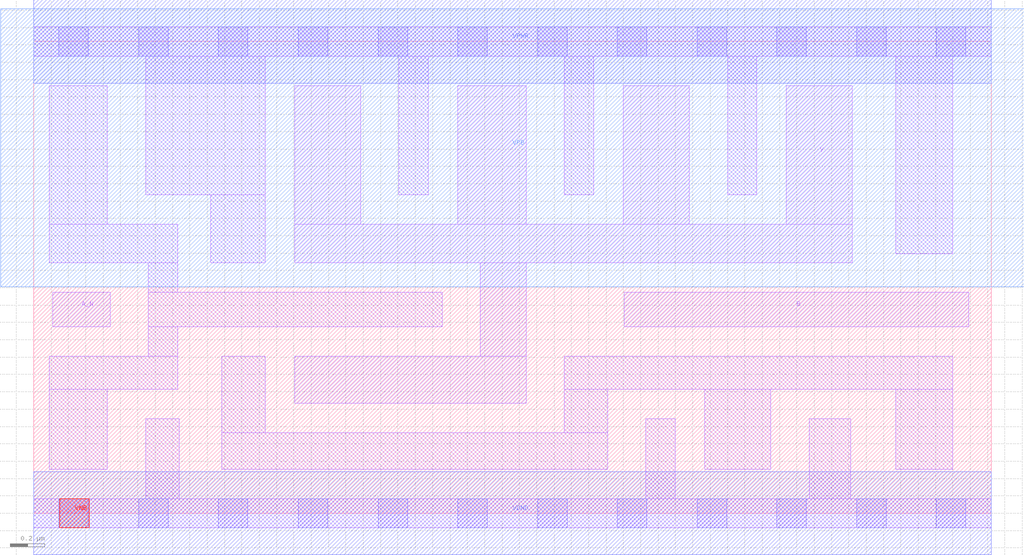
<source format=lef>
# Copyright 2020 The SkyWater PDK Authors
#
# Licensed under the Apache License, Version 2.0 (the "License");
# you may not use this file except in compliance with the License.
# You may obtain a copy of the License at
#
#     https://www.apache.org/licenses/LICENSE-2.0
#
# Unless required by applicable law or agreed to in writing, software
# distributed under the License is distributed on an "AS IS" BASIS,
# WITHOUT WARRANTIES OR CONDITIONS OF ANY KIND, either express or implied.
# See the License for the specific language governing permissions and
# limitations under the License.
#
# SPDX-License-Identifier: Apache-2.0

VERSION 5.7 ;
  NOWIREEXTENSIONATPIN ON ;
  DIVIDERCHAR "/" ;
  BUSBITCHARS "[]" ;
PROPERTYDEFINITIONS
  MACRO maskLayoutSubType STRING ;
  MACRO prCellType STRING ;
  MACRO originalViewName STRING ;
END PROPERTYDEFINITIONS
MACRO sky130_fd_sc_hdll__nand2b_4
  CLASS CORE ;
  FOREIGN sky130_fd_sc_hdll__nand2b_4 ;
  ORIGIN  0.000000  0.000000 ;
  SIZE  5.520000 BY  2.720000 ;
  SYMMETRY X Y R90 ;
  SITE unithd ;
  PIN A_N
    ANTENNAGATEAREA  0.277500 ;
    DIRECTION INPUT ;
    USE SIGNAL ;
    PORT
      LAYER li1 ;
        RECT 0.110000 1.075000 0.440000 1.275000 ;
    END
  END A_N
  PIN B
    ANTENNAGATEAREA  1.110000 ;
    DIRECTION INPUT ;
    USE SIGNAL ;
    PORT
      LAYER li1 ;
        RECT 3.405000 1.075000 5.390000 1.275000 ;
    END
  END B
  PIN VNB
    PORT
      LAYER pwell ;
        RECT 0.150000 -0.085000 0.320000 0.085000 ;
    END
  END VNB
  PIN VPB
    PORT
      LAYER nwell ;
        RECT -0.190000 1.305000 5.710000 2.910000 ;
    END
  END VPB
  PIN Y
    ANTENNADIFFAREA  1.576000 ;
    DIRECTION OUTPUT ;
    USE SIGNAL ;
    PORT
      LAYER li1 ;
        RECT 1.505000 0.635000 2.840000 0.905000 ;
        RECT 1.505000 1.445000 4.720000 1.665000 ;
        RECT 1.505000 1.665000 1.885000 2.465000 ;
        RECT 2.445000 1.665000 2.840000 2.465000 ;
        RECT 2.575000 0.905000 2.840000 1.445000 ;
        RECT 3.400000 1.665000 3.780000 2.465000 ;
        RECT 4.340000 1.665000 4.720000 2.465000 ;
    END
  END Y
  PIN VGND
    DIRECTION INOUT ;
    USE GROUND ;
    PORT
      LAYER met1 ;
        RECT 0.000000 -0.240000 5.520000 0.240000 ;
    END
  END VGND
  PIN VPWR
    DIRECTION INOUT ;
    USE POWER ;
    PORT
      LAYER met1 ;
        RECT 0.000000 2.480000 5.520000 2.960000 ;
    END
  END VPWR
  OBS
    LAYER li1 ;
      RECT 0.000000 -0.085000 5.520000 0.085000 ;
      RECT 0.000000  2.635000 5.520000 2.805000 ;
      RECT 0.090000  0.255000 0.425000 0.715000 ;
      RECT 0.090000  0.715000 0.830000 0.905000 ;
      RECT 0.090000  1.445000 0.830000 1.665000 ;
      RECT 0.090000  1.665000 0.425000 2.465000 ;
      RECT 0.645000  0.085000 0.840000 0.545000 ;
      RECT 0.645000  1.835000 1.335000 2.635000 ;
      RECT 0.660000  0.905000 0.830000 1.075000 ;
      RECT 0.660000  1.075000 2.355000 1.275000 ;
      RECT 0.660000  1.275000 0.830000 1.445000 ;
      RECT 1.020000  1.445000 1.335000 1.835000 ;
      RECT 1.085000  0.255000 3.310000 0.465000 ;
      RECT 1.085000  0.465000 1.335000 0.905000 ;
      RECT 2.105000  1.835000 2.275000 2.635000 ;
      RECT 3.060000  0.465000 3.310000 0.715000 ;
      RECT 3.060000  0.715000 5.300000 0.905000 ;
      RECT 3.060000  1.835000 3.230000 2.635000 ;
      RECT 3.530000  0.085000 3.700000 0.545000 ;
      RECT 3.870000  0.255000 4.250000 0.715000 ;
      RECT 4.000000  1.835000 4.170000 2.635000 ;
      RECT 4.470000  0.085000 4.710000 0.545000 ;
      RECT 4.970000  0.255000 5.300000 0.715000 ;
      RECT 4.970000  1.495000 5.300000 2.635000 ;
    LAYER mcon ;
      RECT 0.145000 -0.085000 0.315000 0.085000 ;
      RECT 0.145000  2.635000 0.315000 2.805000 ;
      RECT 0.605000 -0.085000 0.775000 0.085000 ;
      RECT 0.605000  2.635000 0.775000 2.805000 ;
      RECT 1.065000 -0.085000 1.235000 0.085000 ;
      RECT 1.065000  2.635000 1.235000 2.805000 ;
      RECT 1.525000 -0.085000 1.695000 0.085000 ;
      RECT 1.525000  2.635000 1.695000 2.805000 ;
      RECT 1.985000 -0.085000 2.155000 0.085000 ;
      RECT 1.985000  2.635000 2.155000 2.805000 ;
      RECT 2.445000 -0.085000 2.615000 0.085000 ;
      RECT 2.445000  2.635000 2.615000 2.805000 ;
      RECT 2.905000 -0.085000 3.075000 0.085000 ;
      RECT 2.905000  2.635000 3.075000 2.805000 ;
      RECT 3.365000 -0.085000 3.535000 0.085000 ;
      RECT 3.365000  2.635000 3.535000 2.805000 ;
      RECT 3.825000 -0.085000 3.995000 0.085000 ;
      RECT 3.825000  2.635000 3.995000 2.805000 ;
      RECT 4.285000 -0.085000 4.455000 0.085000 ;
      RECT 4.285000  2.635000 4.455000 2.805000 ;
      RECT 4.745000 -0.085000 4.915000 0.085000 ;
      RECT 4.745000  2.635000 4.915000 2.805000 ;
      RECT 5.205000 -0.085000 5.375000 0.085000 ;
      RECT 5.205000  2.635000 5.375000 2.805000 ;
  END
  PROPERTY maskLayoutSubType "abstract" ;
  PROPERTY prCellType "standard" ;
  PROPERTY originalViewName "layout" ;
END sky130_fd_sc_hdll__nand2b_4
END LIBRARY

</source>
